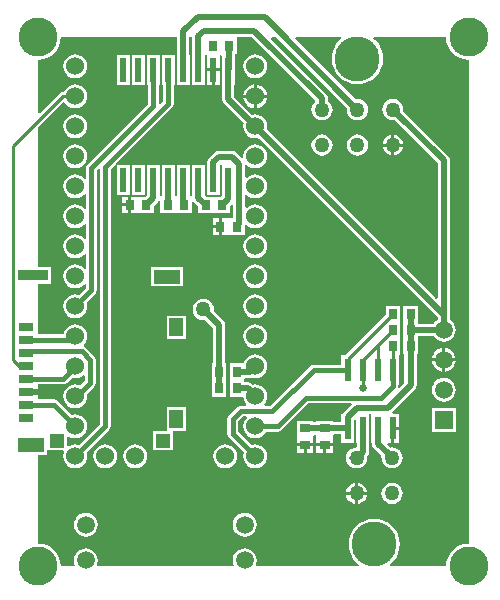
<source format=gbl>
G04*
G04 #@! TF.GenerationSoftware,Altium Limited,CircuitStudio,1.5.2 (30)*
G04*
G04 Layer_Physical_Order=2*
G04 Layer_Color=12500520*
%FSLAX25Y25*%
%MOIN*%
G70*
G01*
G75*
%ADD10R,0.02323X0.08071*%
%ADD12R,0.03150X0.03543*%
%ADD13R,0.03543X0.03150*%
%ADD14C,0.02000*%
%ADD15C,0.01000*%
%ADD17C,0.13000*%
%ADD18R,0.05906X0.05906*%
%ADD19C,0.05906*%
%ADD20C,0.06000*%
%ADD21C,0.05000*%
%ADD22C,0.15000*%
%ADD23C,0.02500*%
%ADD24R,0.04882X0.03150*%
%ADD25R,0.09843X0.03740*%
%ADD26R,0.08661X0.04528*%
%ADD27R,0.04921X0.04567*%
%ADD28R,0.04724X0.04567*%
%ADD29R,0.04528X0.05906*%
%ADD30R,0.02323X0.07756*%
%ADD31R,0.02756X0.03543*%
%ADD32C,0.01500*%
G36*
X374659Y379174D02*
X375087Y377761D01*
X375784Y376458D01*
X376721Y375316D01*
X377863Y374378D01*
X379166Y373682D01*
X380580Y373253D01*
X382050Y373108D01*
Y211881D01*
X380580Y211736D01*
X379166Y211307D01*
X377863Y210611D01*
X376721Y209673D01*
X375784Y208531D01*
X375087Y207228D01*
X374659Y205815D01*
X374514Y204344D01*
X355942D01*
X355763Y204844D01*
X356690Y205605D01*
X357752Y206899D01*
X358541Y208376D01*
X359027Y209978D01*
X359191Y211645D01*
X359027Y213311D01*
X358541Y214913D01*
X357752Y216390D01*
X356690Y217684D01*
X355395Y218746D01*
X353919Y219535D01*
X352316Y220022D01*
X350650Y220186D01*
X348984Y220022D01*
X347381Y219535D01*
X345905Y218746D01*
X344611Y217684D01*
X343548Y216390D01*
X342759Y214913D01*
X342273Y213311D01*
X342109Y211645D01*
X342273Y209978D01*
X342759Y208376D01*
X343548Y206899D01*
X344611Y205605D01*
X345537Y204844D01*
X345358Y204344D01*
X311431D01*
X311153Y204760D01*
X311347Y205228D01*
X311483Y206260D01*
X311347Y207292D01*
X310949Y208254D01*
X310315Y209079D01*
X309489Y209713D01*
X308528Y210111D01*
X307496Y210247D01*
X306464Y210111D01*
X305503Y209713D01*
X304677Y209079D01*
X304043Y208254D01*
X303645Y207292D01*
X303509Y206260D01*
X303645Y205228D01*
X303839Y204760D01*
X303561Y204344D01*
X258439D01*
X258161Y204760D01*
X258355Y205228D01*
X258491Y206260D01*
X258355Y207292D01*
X257957Y208254D01*
X257323Y209079D01*
X256497Y209713D01*
X255536Y210111D01*
X254504Y210247D01*
X253472Y210111D01*
X252510Y209713D01*
X251685Y209079D01*
X251051Y208254D01*
X250653Y207292D01*
X250517Y206260D01*
X250653Y205228D01*
X250847Y204760D01*
X250569Y204344D01*
X246186D01*
X246041Y205815D01*
X245613Y207228D01*
X244916Y208531D01*
X243979Y209673D01*
X242837Y210611D01*
X241534Y211307D01*
X240120Y211736D01*
X238650Y211881D01*
Y241351D01*
X241651D01*
Y242926D01*
X247018D01*
X247296Y242510D01*
X247103Y242044D01*
X246966Y241000D01*
X247103Y239956D01*
X247506Y238983D01*
X248147Y238147D01*
X248983Y237506D01*
X249956Y237103D01*
X251000Y236965D01*
X252044Y237103D01*
X253017Y237506D01*
X253853Y238147D01*
X254494Y238983D01*
X254897Y239956D01*
X255034Y241000D01*
X254897Y242044D01*
X254801Y242277D01*
X262212Y249688D01*
X262212Y249688D01*
X262598Y250267D01*
X262734Y250950D01*
Y336705D01*
X264415Y338386D01*
X264683Y338210D01*
X264726Y338181D01*
X264763Y338157D01*
X264811Y338126D01*
X264842Y338106D01*
Y338105D01*
Y338019D01*
X264842Y337751D01*
Y337720D01*
Y337720D01*
Y328138D01*
X269164D01*
Y338209D01*
X265330D01*
X265330D01*
X265299Y338209D01*
X265031Y338209D01*
X264945D01*
X264945D01*
X264924Y338240D01*
X264893Y338287D01*
X264869Y338324D01*
X264840Y338368D01*
X264664Y338635D01*
X283212Y357183D01*
X283212Y357183D01*
X283598Y357762D01*
X283734Y358444D01*
X283734Y358444D01*
Y364791D01*
X284164D01*
Y374862D01*
X279841D01*
Y364791D01*
X280166D01*
Y359184D01*
X279249Y358267D01*
X278787Y358458D01*
Y364791D01*
X279164D01*
Y374862D01*
X274841D01*
Y364791D01*
X275219D01*
Y358336D01*
X255088Y338206D01*
X254701Y337627D01*
X254566Y336945D01*
Y333745D01*
X254066Y333575D01*
X253853Y333853D01*
X253017Y334494D01*
X252044Y334897D01*
X251000Y335034D01*
X249956Y334897D01*
X248983Y334494D01*
X248147Y333853D01*
X247506Y333017D01*
X247103Y332044D01*
X246966Y331000D01*
X247103Y329956D01*
X247506Y328983D01*
X248147Y328147D01*
X248983Y327506D01*
X249956Y327103D01*
X251000Y326965D01*
X252044Y327103D01*
X253017Y327506D01*
X253853Y328147D01*
X254066Y328425D01*
X254566Y328255D01*
Y323745D01*
X254066Y323575D01*
X253853Y323853D01*
X253017Y324494D01*
X252044Y324897D01*
X251000Y325034D01*
X249956Y324897D01*
X248983Y324494D01*
X248147Y323853D01*
X247506Y323017D01*
X247103Y322044D01*
X246966Y321000D01*
X247103Y319956D01*
X247506Y318983D01*
X248147Y318147D01*
X248983Y317506D01*
X249956Y317103D01*
X251000Y316966D01*
X252044Y317103D01*
X253017Y317506D01*
X253853Y318147D01*
X254066Y318425D01*
X254566Y318255D01*
Y313745D01*
X254066Y313575D01*
X253853Y313853D01*
X253017Y314494D01*
X252044Y314897D01*
X251000Y315035D01*
X249956Y314897D01*
X248983Y314494D01*
X248147Y313853D01*
X247506Y313017D01*
X247103Y312044D01*
X246966Y311000D01*
X247103Y309956D01*
X247506Y308983D01*
X248147Y308147D01*
X248983Y307506D01*
X249956Y307103D01*
X251000Y306965D01*
X252044Y307103D01*
X253017Y307506D01*
X253853Y308147D01*
X254066Y308425D01*
X254566Y308255D01*
Y303745D01*
X254066Y303575D01*
X253853Y303853D01*
X253017Y304494D01*
X252044Y304897D01*
X251000Y305034D01*
X249956Y304897D01*
X248983Y304494D01*
X248147Y303853D01*
X247506Y303017D01*
X247103Y302044D01*
X246966Y301000D01*
X247103Y299956D01*
X247506Y298983D01*
X248147Y298147D01*
X248983Y297506D01*
X249956Y297103D01*
X251000Y296966D01*
X252044Y297103D01*
X253017Y297506D01*
X253853Y298147D01*
X254066Y298425D01*
X254566Y298255D01*
Y297089D01*
X252277Y294801D01*
X252044Y294897D01*
X251000Y295035D01*
X249956Y294897D01*
X248983Y294494D01*
X248147Y293853D01*
X247506Y293017D01*
X247103Y292044D01*
X246966Y291000D01*
X247103Y289956D01*
X247506Y288983D01*
X248147Y288147D01*
X248983Y287506D01*
X249956Y287103D01*
X251000Y286965D01*
X252044Y287103D01*
X253017Y287506D01*
X253853Y288147D01*
X254494Y288983D01*
X254897Y289956D01*
X255034Y291000D01*
X254897Y292044D01*
X254801Y292277D01*
X257612Y295088D01*
X257612Y295088D01*
X257843Y295435D01*
X257998Y295667D01*
X258134Y296350D01*
Y336205D01*
X258704Y336775D01*
X259166Y336583D01*
Y251689D01*
X252277Y244801D01*
X252044Y244897D01*
X251000Y245035D01*
X249956Y244897D01*
X248983Y244494D01*
X248694Y244272D01*
X248245Y244493D01*
Y247507D01*
X248694Y247728D01*
X248983Y247506D01*
X249956Y247103D01*
X251000Y246966D01*
X252044Y247103D01*
X253017Y247506D01*
X253853Y248147D01*
X254494Y248983D01*
X254897Y249956D01*
X255034Y251000D01*
X254897Y252044D01*
X254494Y253017D01*
X253853Y253853D01*
X253017Y254494D01*
X252044Y254897D01*
X251000Y255034D01*
X249956Y254897D01*
X249723Y254801D01*
X245084Y259439D01*
X244505Y259826D01*
X243823Y259962D01*
X238650D01*
Y265055D01*
X246839D01*
X247522Y265191D01*
X248101Y265577D01*
X249723Y267199D01*
X249956Y267103D01*
X251000Y266966D01*
X252044Y267103D01*
X253017Y267506D01*
X253666Y268004D01*
X254166Y267765D01*
Y266178D01*
X252639Y264651D01*
X252044Y264897D01*
X251000Y265035D01*
X249956Y264897D01*
X248983Y264494D01*
X248147Y263853D01*
X247506Y263017D01*
X247103Y262044D01*
X246966Y261000D01*
X247103Y259956D01*
X247506Y258983D01*
X248147Y258147D01*
X248983Y257506D01*
X249956Y257103D01*
X251000Y256965D01*
X252044Y257103D01*
X253017Y257506D01*
X253853Y258147D01*
X254494Y258983D01*
X254897Y259956D01*
X255034Y261000D01*
X254918Y261884D01*
X257212Y264177D01*
X257212Y264177D01*
X257598Y264756D01*
X257734Y265439D01*
Y273244D01*
X257734Y273245D01*
X257598Y273927D01*
X257212Y274506D01*
X254312Y277406D01*
X253989Y277622D01*
X253926Y277866D01*
X253915Y278228D01*
X254494Y278983D01*
X254897Y279956D01*
X255034Y281000D01*
X254897Y282044D01*
X254494Y283017D01*
X253853Y283853D01*
X253017Y284494D01*
X252044Y284897D01*
X251000Y285034D01*
X249956Y284897D01*
X248983Y284494D01*
X248147Y283853D01*
X247506Y283017D01*
X247103Y282044D01*
X247046Y281615D01*
X238650D01*
Y298398D01*
X242832D01*
Y304138D01*
X238650D01*
Y350582D01*
X247033Y358964D01*
X247616Y358840D01*
X248147Y358147D01*
X248983Y357506D01*
X249956Y357103D01*
X251000Y356965D01*
X252044Y357103D01*
X253017Y357506D01*
X253853Y358147D01*
X254494Y358983D01*
X254897Y359956D01*
X255034Y361000D01*
X254897Y362044D01*
X254494Y363017D01*
X253853Y363853D01*
X253017Y364494D01*
X252044Y364897D01*
X251000Y365035D01*
X249956Y364897D01*
X248983Y364494D01*
X248147Y363853D01*
X247506Y363017D01*
X247304Y362529D01*
X246905D01*
X246320Y362413D01*
X245824Y362081D01*
X239112Y355369D01*
X238650Y355561D01*
Y373108D01*
X240120Y373253D01*
X241534Y373682D01*
X242837Y374378D01*
X243979Y375316D01*
X244916Y376458D01*
X245613Y377761D01*
X246041Y379174D01*
X246186Y380644D01*
X284964D01*
Y374862D01*
X284841D01*
Y364791D01*
X289164D01*
Y374862D01*
X289042D01*
Y380644D01*
X289964D01*
Y374862D01*
X289842D01*
Y364791D01*
X294164D01*
Y374632D01*
X294165Y374659D01*
X294493Y374848D01*
X294842Y374643D01*
Y374628D01*
Y370327D01*
X297003D01*
X299164D01*
Y374628D01*
X299164Y374694D01*
X299191Y374767D01*
X299558Y374816D01*
X299841Y374536D01*
Y364791D01*
X299964D01*
Y359997D01*
X300119Y359217D01*
X300561Y358555D01*
X307099Y352017D01*
X306965Y351000D01*
X307103Y349956D01*
X307506Y348983D01*
X308147Y348147D01*
X308983Y347506D01*
X309956Y347103D01*
X311000Y346966D01*
X312017Y347099D01*
X371811Y287305D01*
Y286562D01*
X371031Y285964D01*
X370397Y285138D01*
X370375Y285084D01*
X365127D01*
Y285573D01*
Y291116D01*
X360372D01*
Y285573D01*
Y280273D01*
Y274973D01*
X360710D01*
Y265489D01*
X358990Y263768D01*
X358529Y264014D01*
X358634Y264545D01*
Y264911D01*
X359011D01*
Y274667D01*
X359222Y274973D01*
X359222D01*
Y280273D01*
Y285573D01*
Y291116D01*
X354466D01*
Y288129D01*
X341003Y274667D01*
X339689D01*
Y271573D01*
X330394D01*
X330394Y271573D01*
X329711Y271437D01*
X329132Y271050D01*
X315911Y257829D01*
X314225D01*
X313992Y258329D01*
X314494Y258983D01*
X314897Y259956D01*
X315035Y261000D01*
X314897Y262044D01*
X314494Y263017D01*
X313853Y263853D01*
X313017Y264494D01*
X312044Y264897D01*
X311000Y265035D01*
X309983Y264901D01*
X309842Y265042D01*
X309180Y265484D01*
X308400Y265639D01*
X307608D01*
X307227Y266139D01*
Y266372D01*
Y266400D01*
Y266428D01*
X307227Y266661D01*
X307608Y267161D01*
X309200D01*
X309616Y267244D01*
X309956Y267103D01*
X311000Y266966D01*
X312044Y267103D01*
X313017Y267506D01*
X313853Y268147D01*
X314494Y268983D01*
X314897Y269956D01*
X315035Y271000D01*
X314897Y272044D01*
X314494Y273017D01*
X313853Y273853D01*
X313017Y274494D01*
X312044Y274897D01*
X311000Y275034D01*
X309956Y274897D01*
X308983Y274494D01*
X308147Y273853D01*
X307506Y273017D01*
X307103Y272044D01*
X307093Y271972D01*
X302472D01*
Y266872D01*
X302471Y266428D01*
Y266400D01*
Y266372D01*
X302472Y265928D01*
Y260828D01*
X306988D01*
X307103Y259956D01*
X307506Y258983D01*
X308008Y258329D01*
X307775Y257829D01*
X306150D01*
X306150Y257829D01*
X305467Y257693D01*
X305178Y257500D01*
X304888Y257306D01*
X304888Y257306D01*
X302188Y254606D01*
X301801Y254027D01*
X301666Y253344D01*
Y248550D01*
X301801Y247867D01*
X302188Y247288D01*
X307199Y242277D01*
X307103Y242044D01*
X306965Y241000D01*
X307103Y239956D01*
X307506Y238983D01*
X308147Y238147D01*
X308983Y237506D01*
X309956Y237103D01*
X311000Y236965D01*
X312044Y237103D01*
X313017Y237506D01*
X313853Y238147D01*
X314494Y238983D01*
X314897Y239956D01*
X315035Y241000D01*
X314897Y242044D01*
X314494Y243017D01*
X313853Y243853D01*
X313017Y244494D01*
X312044Y244897D01*
X311000Y245035D01*
X309956Y244897D01*
X309723Y244801D01*
X305234Y249289D01*
Y252605D01*
X306889Y254260D01*
X307929D01*
X308076Y253760D01*
X307506Y253017D01*
X307103Y252044D01*
X306965Y251000D01*
X307103Y249956D01*
X307506Y248983D01*
X308147Y248147D01*
X308983Y247506D01*
X309956Y247103D01*
X311000Y246966D01*
X312044Y247103D01*
X313017Y247506D01*
X313853Y248147D01*
X314494Y248983D01*
X314591Y249216D01*
X318406D01*
X319088Y249352D01*
X319667Y249738D01*
X328689Y258760D01*
X342875D01*
X343082Y258260D01*
X340408Y255586D01*
X340135Y255178D01*
X339689D01*
Y252340D01*
X336922D01*
Y252875D01*
X331378D01*
Y252340D01*
X330322D01*
Y252875D01*
X324778D01*
Y247863D01*
X324778Y247726D01*
Y247545D01*
Y247363D01*
X324778Y247226D01*
Y245289D01*
X330322D01*
Y247226D01*
X330322Y247363D01*
Y247545D01*
Y247726D01*
Y247761D01*
X330545Y248213D01*
X331031Y248255D01*
X331236Y248050D01*
X331378Y247761D01*
Y247726D01*
Y247545D01*
Y247363D01*
X331378Y247226D01*
Y245289D01*
X336922D01*
Y247226D01*
X336922Y247363D01*
Y247545D01*
Y247726D01*
Y247761D01*
X337168Y248261D01*
X339689D01*
Y245422D01*
X344011D01*
Y253199D01*
X344189Y253333D01*
X344689Y253083D01*
Y245422D01*
X344811D01*
Y244028D01*
X344750Y243975D01*
X343836Y243854D01*
X342985Y243502D01*
X342254Y242941D01*
X341693Y242210D01*
X341340Y241358D01*
X341237Y240578D01*
X341211Y240444D01*
X341237Y240311D01*
X341340Y239531D01*
X341693Y238679D01*
X342254Y237948D01*
X342985Y237387D01*
X343836Y237035D01*
X344750Y236914D01*
X345664Y237035D01*
X346515Y237387D01*
X347246Y237948D01*
X347807Y238679D01*
X348160Y239531D01*
X348280Y240444D01*
X348205Y241016D01*
X348292Y241103D01*
X348734Y241764D01*
X348889Y242545D01*
Y245422D01*
X349011D01*
Y255005D01*
X349689D01*
Y245422D01*
X349811D01*
Y245144D01*
X349966Y244364D01*
X350408Y243702D01*
X353031Y241080D01*
Y240444D01*
X353057Y240311D01*
X353160Y239531D01*
X353513Y238679D01*
X354074Y237948D01*
X354805Y237387D01*
X355656Y237035D01*
X356570Y236914D01*
X357484Y237035D01*
X358335Y237387D01*
X359066Y237948D01*
X359627Y238679D01*
X359980Y239531D01*
X360100Y240444D01*
X359980Y241358D01*
X359627Y242210D01*
X359066Y242941D01*
X358335Y243502D01*
X357484Y243854D01*
X356570Y243975D01*
X355981Y243897D01*
X354956Y244922D01*
X355163Y245422D01*
X356350D01*
Y250300D01*
X356850D01*
Y250800D01*
X359011D01*
Y255178D01*
X356775D01*
X356668Y255678D01*
X364191Y263202D01*
X364633Y263864D01*
X364789Y264644D01*
Y274973D01*
X365127D01*
Y280273D01*
Y281005D01*
X370509D01*
X371031Y280325D01*
X371857Y279692D01*
X372818Y279293D01*
X373850Y279158D01*
X374882Y279293D01*
X375843Y279692D01*
X376669Y280325D01*
X377303Y281151D01*
X377701Y282113D01*
X377837Y283144D01*
X377701Y284176D01*
X377303Y285138D01*
X376669Y285964D01*
X375889Y286562D01*
Y288150D01*
Y339644D01*
X375734Y340425D01*
X375292Y341086D01*
X360317Y356062D01*
X360380Y356544D01*
X360260Y357458D01*
X359907Y358310D01*
X359346Y359041D01*
X358615Y359602D01*
X357764Y359954D01*
X356850Y360075D01*
X355936Y359954D01*
X355085Y359602D01*
X354354Y359041D01*
X353793Y358310D01*
X353440Y357458D01*
X353320Y356544D01*
X353440Y355631D01*
X353793Y354779D01*
X354354Y354048D01*
X355085Y353487D01*
X355936Y353135D01*
X356850Y353014D01*
X357509Y353101D01*
X371811Y338800D01*
Y293726D01*
X371349Y293535D01*
X314901Y349983D01*
X315035Y351000D01*
X314897Y352044D01*
X314494Y353017D01*
X313853Y353853D01*
X313017Y354494D01*
X312044Y354897D01*
X311000Y355034D01*
X309983Y354901D01*
X304042Y360842D01*
Y364791D01*
X304164D01*
Y369411D01*
X304298Y370083D01*
Y375128D01*
X304834D01*
Y380644D01*
X309966D01*
X330842Y359769D01*
X330798Y359105D01*
X330714Y359041D01*
X330153Y358310D01*
X329800Y357458D01*
X329680Y356544D01*
X329800Y355631D01*
X330153Y354779D01*
X330714Y354048D01*
X331445Y353487D01*
X332296Y353135D01*
X333210Y353014D01*
X334124Y353135D01*
X334975Y353487D01*
X335706Y354048D01*
X336267Y354779D01*
X336620Y355631D01*
X336740Y356544D01*
X336620Y357458D01*
X336267Y358310D01*
X335706Y359041D01*
X335249Y359391D01*
Y360284D01*
X335094Y361065D01*
X334652Y361726D01*
X316196Y380183D01*
X316387Y380644D01*
X318046D01*
X341575Y357116D01*
X341500Y356544D01*
X341620Y355631D01*
X341973Y354779D01*
X342534Y354048D01*
X343265Y353487D01*
X344116Y353135D01*
X345030Y353014D01*
X345944Y353135D01*
X346795Y353487D01*
X347526Y354048D01*
X348087Y354779D01*
X348440Y355631D01*
X348560Y356544D01*
X348440Y357458D01*
X348087Y358310D01*
X347526Y359041D01*
X346795Y359602D01*
X345944Y359954D01*
X345030Y360075D01*
X344459Y359999D01*
X324276Y380183D01*
X324467Y380644D01*
X339541D01*
X339709Y380174D01*
X338990Y379584D01*
X337928Y378290D01*
X337139Y376813D01*
X336653Y375211D01*
X336489Y373545D01*
X336653Y371878D01*
X337139Y370276D01*
X337928Y368799D01*
X338990Y367505D01*
X340285Y366443D01*
X341761Y365653D01*
X343364Y365167D01*
X345030Y365003D01*
X346696Y365167D01*
X348299Y365653D01*
X349775Y366443D01*
X351069Y367505D01*
X352132Y368799D01*
X352921Y370276D01*
X353407Y371878D01*
X353571Y373545D01*
X353407Y375211D01*
X352921Y376813D01*
X352132Y378290D01*
X351069Y379584D01*
X350351Y380174D01*
X350519Y380644D01*
X374514D01*
X374659Y379174D01*
D02*
G37*
%LPC*%
G36*
X377803Y257097D02*
X369897D01*
Y249192D01*
X377803D01*
Y257097D01*
D02*
G37*
G36*
X293650Y293475D02*
X292736Y293354D01*
X291885Y293002D01*
X291154Y292441D01*
X290593Y291710D01*
X290240Y290858D01*
X290120Y289945D01*
X290240Y289031D01*
X290593Y288179D01*
X291154Y287448D01*
X291885Y286887D01*
X292736Y286535D01*
X293650Y286414D01*
X294221Y286490D01*
X296905Y283806D01*
Y271972D01*
X296566D01*
Y266428D01*
X296566D01*
Y266372D01*
X296566D01*
Y260828D01*
X301322D01*
Y266372D01*
X301322D01*
Y266428D01*
X301322D01*
Y271972D01*
X300983D01*
Y284650D01*
X300983Y284650D01*
X300828Y285431D01*
X300386Y286092D01*
X297105Y289373D01*
X297180Y289945D01*
X297060Y290858D01*
X296707Y291710D01*
X296146Y292441D01*
X295415Y293002D01*
X294564Y293354D01*
X293650Y293475D01*
D02*
G37*
G36*
X373850Y267131D02*
X372818Y266996D01*
X371857Y266597D01*
X371031Y265964D01*
X370397Y265138D01*
X369999Y264176D01*
X369863Y263144D01*
X369999Y262113D01*
X370397Y261151D01*
X371031Y260325D01*
X371857Y259692D01*
X372818Y259294D01*
X373850Y259158D01*
X374882Y259294D01*
X375843Y259692D01*
X376669Y260325D01*
X377303Y261151D01*
X377701Y262113D01*
X377837Y263144D01*
X377701Y264176D01*
X377303Y265138D01*
X376669Y265964D01*
X375843Y266597D01*
X374882Y266996D01*
X373850Y267131D01*
D02*
G37*
G36*
X336922Y244289D02*
X334650D01*
Y242214D01*
X336922D01*
Y244289D01*
D02*
G37*
G36*
X287911Y257248D02*
X281383D01*
Y249493D01*
X276855D01*
Y242926D01*
X283580D01*
Y249343D01*
X287911D01*
Y257248D01*
D02*
G37*
G36*
X359011Y249800D02*
X357350D01*
Y245422D01*
X359011D01*
Y249800D01*
D02*
G37*
G36*
X373350Y272644D02*
X369929D01*
X369999Y272113D01*
X370397Y271151D01*
X371031Y270325D01*
X371857Y269692D01*
X372818Y269293D01*
X373350Y269223D01*
Y272644D01*
D02*
G37*
G36*
X311000Y285034D02*
X309956Y284897D01*
X308983Y284494D01*
X308147Y283853D01*
X307506Y283017D01*
X307103Y282044D01*
X306965Y281000D01*
X307103Y279956D01*
X307506Y278983D01*
X308147Y278147D01*
X308983Y277506D01*
X309956Y277103D01*
X311000Y276965D01*
X312044Y277103D01*
X313017Y277506D01*
X313853Y278147D01*
X314494Y278983D01*
X314897Y279956D01*
X315035Y281000D01*
X314897Y282044D01*
X314494Y283017D01*
X313853Y283853D01*
X313017Y284494D01*
X312044Y284897D01*
X311000Y285034D01*
D02*
G37*
G36*
X287911Y287878D02*
X281383D01*
Y279973D01*
X287911D01*
Y287878D01*
D02*
G37*
G36*
X311000Y295035D02*
X309956Y294897D01*
X308983Y294494D01*
X308147Y293853D01*
X307506Y293017D01*
X307103Y292044D01*
X306965Y291000D01*
X307103Y289956D01*
X307506Y288983D01*
X308147Y288147D01*
X308983Y287506D01*
X309956Y287103D01*
X311000Y286965D01*
X312044Y287103D01*
X313017Y287506D01*
X313853Y288147D01*
X314494Y288983D01*
X314897Y289956D01*
X315035Y291000D01*
X314897Y292044D01*
X314494Y293017D01*
X313853Y293853D01*
X313017Y294494D01*
X312044Y294897D01*
X311000Y295035D01*
D02*
G37*
G36*
X377771Y272644D02*
X374350D01*
Y269223D01*
X374882Y269293D01*
X375843Y269692D01*
X376669Y270325D01*
X377303Y271151D01*
X377701Y272113D01*
X377771Y272644D01*
D02*
G37*
G36*
X373350Y277065D02*
X372818Y276995D01*
X371857Y276597D01*
X371031Y275964D01*
X370397Y275138D01*
X369999Y274176D01*
X369929Y273644D01*
X373350D01*
Y277065D01*
D02*
G37*
G36*
X374350D02*
Y273644D01*
X377771D01*
X377701Y274176D01*
X377303Y275138D01*
X376669Y275964D01*
X375843Y276597D01*
X374882Y276995D01*
X374350Y277065D01*
D02*
G37*
G36*
X344250Y228145D02*
X341286D01*
X341340Y227731D01*
X341693Y226879D01*
X342254Y226148D01*
X342985Y225587D01*
X343836Y225235D01*
X344250Y225180D01*
Y228145D01*
D02*
G37*
G36*
X348214D02*
X345250D01*
Y225180D01*
X345664Y225235D01*
X346515Y225587D01*
X347246Y226148D01*
X347807Y226879D01*
X348160Y227731D01*
X348214Y228145D01*
D02*
G37*
G36*
X344250Y232109D02*
X343836Y232054D01*
X342985Y231702D01*
X342254Y231141D01*
X341693Y230410D01*
X341340Y229558D01*
X341286Y229145D01*
X344250D01*
Y232109D01*
D02*
G37*
G36*
X254504Y222216D02*
X253472Y222080D01*
X252510Y221681D01*
X251685Y221048D01*
X251051Y220222D01*
X250653Y219261D01*
X250517Y218229D01*
X250653Y217197D01*
X251051Y216235D01*
X251685Y215410D01*
X252510Y214776D01*
X253472Y214378D01*
X254504Y214242D01*
X255536Y214378D01*
X256497Y214776D01*
X257323Y215410D01*
X257957Y216235D01*
X258355Y217197D01*
X258491Y218229D01*
X258355Y219261D01*
X257957Y220222D01*
X257323Y221048D01*
X256497Y221681D01*
X255536Y222080D01*
X254504Y222216D01*
D02*
G37*
G36*
X307496D02*
X306464Y222080D01*
X305503Y221681D01*
X304677Y221048D01*
X304043Y220222D01*
X303645Y219261D01*
X303509Y218229D01*
X303645Y217197D01*
X304043Y216235D01*
X304677Y215410D01*
X305503Y214776D01*
X306464Y214378D01*
X307496Y214242D01*
X308528Y214378D01*
X309489Y214776D01*
X310315Y215410D01*
X310949Y216235D01*
X311347Y217197D01*
X311483Y218229D01*
X311347Y219261D01*
X310949Y220222D01*
X310315Y221048D01*
X309489Y221681D01*
X308528Y222080D01*
X307496Y222216D01*
D02*
G37*
G36*
X356570Y232175D02*
X355656Y232054D01*
X354805Y231702D01*
X354074Y231141D01*
X353513Y230410D01*
X353160Y229558D01*
X353040Y228644D01*
X353160Y227731D01*
X353513Y226879D01*
X354074Y226148D01*
X354805Y225587D01*
X355656Y225235D01*
X356570Y225114D01*
X357484Y225235D01*
X358335Y225587D01*
X359066Y226148D01*
X359627Y226879D01*
X359980Y227731D01*
X360100Y228644D01*
X359980Y229558D01*
X359627Y230410D01*
X359066Y231141D01*
X358335Y231702D01*
X357484Y232054D01*
X356570Y232175D01*
D02*
G37*
G36*
X345250Y232109D02*
Y229145D01*
X348214D01*
X348160Y229558D01*
X347807Y230410D01*
X347246Y231141D01*
X346515Y231702D01*
X345664Y232054D01*
X345250Y232109D01*
D02*
G37*
G36*
X327050Y244289D02*
X324778D01*
Y242214D01*
X327050D01*
Y244289D01*
D02*
G37*
G36*
X330322D02*
X328050D01*
Y242214D01*
X330322D01*
Y244289D01*
D02*
G37*
G36*
X333650D02*
X331378D01*
Y242214D01*
X333650D01*
Y244289D01*
D02*
G37*
G36*
X261000Y245035D02*
X259956Y244897D01*
X258983Y244494D01*
X258147Y243853D01*
X257506Y243017D01*
X257103Y242044D01*
X256965Y241000D01*
X257103Y239956D01*
X257506Y238983D01*
X258147Y238147D01*
X258983Y237506D01*
X259956Y237103D01*
X261000Y236965D01*
X262044Y237103D01*
X263017Y237506D01*
X263853Y238147D01*
X264494Y238983D01*
X264897Y239956D01*
X265035Y241000D01*
X264897Y242044D01*
X264494Y243017D01*
X263853Y243853D01*
X263017Y244494D01*
X262044Y244897D01*
X261000Y245035D01*
D02*
G37*
G36*
X271000D02*
X269956Y244897D01*
X268983Y244494D01*
X268147Y243853D01*
X267506Y243017D01*
X267103Y242044D01*
X266966Y241000D01*
X267103Y239956D01*
X267506Y238983D01*
X268147Y238147D01*
X268983Y237506D01*
X269956Y237103D01*
X271000Y236965D01*
X272044Y237103D01*
X273017Y237506D01*
X273853Y238147D01*
X274494Y238983D01*
X274897Y239956D01*
X275034Y241000D01*
X274897Y242044D01*
X274494Y243017D01*
X273853Y243853D01*
X273017Y244494D01*
X272044Y244897D01*
X271000Y245035D01*
D02*
G37*
G36*
X301000D02*
X299956Y244897D01*
X298983Y244494D01*
X298147Y243853D01*
X297506Y243017D01*
X297103Y242044D01*
X296966Y241000D01*
X297103Y239956D01*
X297506Y238983D01*
X298147Y238147D01*
X298983Y237506D01*
X299956Y237103D01*
X301000Y236965D01*
X302044Y237103D01*
X303017Y237506D01*
X303853Y238147D01*
X304494Y238983D01*
X304897Y239956D01*
X305034Y241000D01*
X304897Y242044D01*
X304494Y243017D01*
X303853Y243853D01*
X303017Y244494D01*
X302044Y244897D01*
X301000Y245035D01*
D02*
G37*
G36*
X311000Y305034D02*
X309956Y304897D01*
X308983Y304494D01*
X308147Y303853D01*
X307506Y303017D01*
X307103Y302044D01*
X306965Y301000D01*
X307103Y299956D01*
X307506Y298983D01*
X308147Y298147D01*
X308983Y297506D01*
X309956Y297103D01*
X311000Y296966D01*
X312044Y297103D01*
X313017Y297506D01*
X313853Y298147D01*
X314494Y298983D01*
X314897Y299956D01*
X315035Y301000D01*
X314897Y302044D01*
X314494Y303017D01*
X313853Y303853D01*
X313017Y304494D01*
X312044Y304897D01*
X311000Y305034D01*
D02*
G37*
G36*
X310500Y360500D02*
X307031D01*
X307103Y359956D01*
X307506Y358983D01*
X308147Y358147D01*
X308983Y357506D01*
X309956Y357103D01*
X310500Y357031D01*
Y360500D01*
D02*
G37*
G36*
X314969D02*
X311500D01*
Y357031D01*
X312044Y357103D01*
X313017Y357506D01*
X313853Y358147D01*
X314494Y358983D01*
X314897Y359956D01*
X314969Y360500D01*
D02*
G37*
G36*
X310500Y364969D02*
X309956Y364897D01*
X308983Y364494D01*
X308147Y363853D01*
X307506Y363017D01*
X307103Y362044D01*
X307031Y361500D01*
X310500D01*
Y364969D01*
D02*
G37*
G36*
X356350Y348209D02*
X355936Y348154D01*
X355085Y347802D01*
X354354Y347241D01*
X353793Y346510D01*
X353440Y345658D01*
X353386Y345245D01*
X356350D01*
Y348209D01*
D02*
G37*
G36*
X357350D02*
Y345245D01*
X360314D01*
X360260Y345658D01*
X359907Y346510D01*
X359346Y347241D01*
X358615Y347802D01*
X357764Y348154D01*
X357350Y348209D01*
D02*
G37*
G36*
X251000Y355034D02*
X249956Y354897D01*
X248983Y354494D01*
X248147Y353853D01*
X247506Y353017D01*
X247103Y352044D01*
X246966Y351000D01*
X247103Y349956D01*
X247506Y348983D01*
X248147Y348147D01*
X248983Y347506D01*
X249956Y347103D01*
X251000Y346966D01*
X252044Y347103D01*
X253017Y347506D01*
X253853Y348147D01*
X254494Y348983D01*
X254897Y349956D01*
X255034Y351000D01*
X254897Y352044D01*
X254494Y353017D01*
X253853Y353853D01*
X253017Y354494D01*
X252044Y354897D01*
X251000Y355034D01*
D02*
G37*
G36*
X311500Y364969D02*
Y361500D01*
X314969D01*
X314897Y362044D01*
X314494Y363017D01*
X313853Y363853D01*
X313017Y364494D01*
X312044Y364897D01*
X311500Y364969D01*
D02*
G37*
G36*
X299164Y369327D02*
X297503D01*
Y364791D01*
X299164D01*
Y369327D01*
D02*
G37*
G36*
X251000Y375034D02*
X249956Y374897D01*
X248983Y374494D01*
X248147Y373853D01*
X247506Y373017D01*
X247103Y372044D01*
X246966Y371000D01*
X247103Y369956D01*
X247506Y368983D01*
X248147Y368147D01*
X248983Y367506D01*
X249956Y367103D01*
X251000Y366966D01*
X252044Y367103D01*
X253017Y367506D01*
X253853Y368147D01*
X254494Y368983D01*
X254897Y369956D01*
X255034Y371000D01*
X254897Y372044D01*
X254494Y373017D01*
X253853Y373853D01*
X253017Y374494D01*
X252044Y374897D01*
X251000Y375034D01*
D02*
G37*
G36*
X311000D02*
X309956Y374897D01*
X308983Y374494D01*
X308147Y373853D01*
X307506Y373017D01*
X307103Y372044D01*
X306965Y371000D01*
X307103Y369956D01*
X307506Y368983D01*
X308147Y368147D01*
X308983Y367506D01*
X309956Y367103D01*
X311000Y366966D01*
X312044Y367103D01*
X313017Y367506D01*
X313853Y368147D01*
X314494Y368983D01*
X314897Y369956D01*
X315035Y371000D01*
X314897Y372044D01*
X314494Y373017D01*
X313853Y373853D01*
X313017Y374494D01*
X312044Y374897D01*
X311000Y375034D01*
D02*
G37*
G36*
X269164Y374862D02*
X264842D01*
Y364791D01*
X269164D01*
Y374862D01*
D02*
G37*
G36*
X274164D02*
X269842D01*
Y364791D01*
X274164D01*
Y374862D01*
D02*
G37*
G36*
X296503Y369327D02*
X294842D01*
Y364791D01*
X296503D01*
Y369327D01*
D02*
G37*
G36*
X298794Y320316D02*
X296719D01*
Y318044D01*
X298794D01*
Y320316D01*
D02*
G37*
G36*
X268547Y324300D02*
X266472D01*
Y322028D01*
X268547D01*
Y324300D01*
D02*
G37*
G36*
Y327572D02*
X266472D01*
Y325300D01*
X268547D01*
Y327572D01*
D02*
G37*
G36*
X286848Y304138D02*
X276186D01*
Y297611D01*
X286848D01*
Y304138D01*
D02*
G37*
G36*
X311000Y315035D02*
X309956Y314897D01*
X308983Y314494D01*
X308147Y313853D01*
X307506Y313017D01*
X307103Y312044D01*
X306965Y311000D01*
X307103Y309956D01*
X307506Y308983D01*
X308147Y308147D01*
X308983Y307506D01*
X309956Y307103D01*
X311000Y306965D01*
X312044Y307103D01*
X313017Y307506D01*
X313853Y308147D01*
X314494Y308983D01*
X314897Y309956D01*
X315035Y311000D01*
X314897Y312044D01*
X314494Y313017D01*
X313853Y313853D01*
X313017Y314494D01*
X312044Y314897D01*
X311000Y315035D01*
D02*
G37*
G36*
X298794Y317044D02*
X296719D01*
Y314773D01*
X298794D01*
Y317044D01*
D02*
G37*
G36*
X274164Y338209D02*
X269842D01*
Y328138D01*
X274164D01*
Y338209D01*
D02*
G37*
G36*
X345030Y348275D02*
X344116Y348154D01*
X343265Y347802D01*
X342534Y347241D01*
X341973Y346510D01*
X341620Y345658D01*
X341500Y344744D01*
X341620Y343831D01*
X341973Y342979D01*
X342534Y342248D01*
X343265Y341687D01*
X344116Y341335D01*
X345030Y341214D01*
X345944Y341335D01*
X346795Y341687D01*
X347526Y342248D01*
X348087Y342979D01*
X348440Y343831D01*
X348560Y344744D01*
X348440Y345658D01*
X348087Y346510D01*
X347526Y347241D01*
X346795Y347802D01*
X345944Y348154D01*
X345030Y348275D01*
D02*
G37*
G36*
X356350Y344245D02*
X353386D01*
X353440Y343831D01*
X353793Y342979D01*
X354354Y342248D01*
X355085Y341687D01*
X355936Y341335D01*
X356350Y341280D01*
Y344245D01*
D02*
G37*
G36*
X360314D02*
X357350D01*
Y341280D01*
X357764Y341335D01*
X358615Y341687D01*
X359346Y342248D01*
X359907Y342979D01*
X360260Y343831D01*
X360314Y344245D01*
D02*
G37*
G36*
X251000Y345035D02*
X249956Y344897D01*
X248983Y344494D01*
X248147Y343853D01*
X247506Y343017D01*
X247103Y342044D01*
X246966Y341000D01*
X247103Y339956D01*
X247506Y338983D01*
X248147Y338147D01*
X248983Y337506D01*
X249956Y337103D01*
X251000Y336965D01*
X252044Y337103D01*
X253017Y337506D01*
X253853Y338147D01*
X254494Y338983D01*
X254897Y339956D01*
X255034Y341000D01*
X254897Y342044D01*
X254494Y343017D01*
X253853Y343853D01*
X253017Y344494D01*
X252044Y344897D01*
X251000Y345035D01*
D02*
G37*
G36*
X311000D02*
X309956Y344897D01*
X308983Y344494D01*
X308147Y343853D01*
X307506Y343017D01*
X307103Y342044D01*
X306965Y341000D01*
X307008Y340677D01*
X306534Y340444D01*
X304792Y342186D01*
X304130Y342628D01*
X303350Y342784D01*
X298750D01*
X297970Y342628D01*
X297308Y342186D01*
X295561Y340439D01*
X295119Y339778D01*
X294964Y338997D01*
Y338209D01*
X294842D01*
Y328138D01*
X299164D01*
Y337979D01*
X299592Y338322D01*
X299603Y338325D01*
X299841Y338209D01*
X299841Y338209D01*
X299841Y338209D01*
Y328138D01*
X299841D01*
X299851Y328070D01*
X299417Y327572D01*
X297522D01*
X297384Y327572D01*
X297203D01*
X297022D01*
X296884Y327572D01*
X294559D01*
X294397Y327734D01*
X294397Y327734D01*
X294164Y328138D01*
Y328138D01*
X294164Y328138D01*
X294164Y328138D01*
Y338209D01*
X289842D01*
Y328138D01*
X289842D01*
X289843Y328068D01*
X289843Y328058D01*
X289710Y327843D01*
X289353Y327643D01*
X289261Y327678D01*
X289164Y328138D01*
X289164D01*
Y338209D01*
X284841D01*
Y328138D01*
X284841D01*
X284750Y327677D01*
X284256Y327677D01*
X284164Y328138D01*
X284164D01*
Y338209D01*
X279841D01*
Y328138D01*
X279841D01*
X279725Y327686D01*
X279699Y327661D01*
X279653Y327643D01*
X279293Y327845D01*
X279164Y328050D01*
X279163Y328068D01*
X279164Y328138D01*
Y328138D01*
X279164D01*
Y338209D01*
X274841D01*
Y328138D01*
X274841Y328138D01*
X274841D01*
X274841Y328138D01*
X274609Y327734D01*
X274447Y327572D01*
X272122D01*
X271984Y327572D01*
X271803D01*
X271622D01*
X271484Y327572D01*
X269547D01*
Y324800D01*
Y322028D01*
X271484D01*
X271622Y322028D01*
X271803D01*
X271984D01*
X272122Y322028D01*
X277134D01*
Y324491D01*
X278445Y325802D01*
X278445Y325802D01*
X278672Y326142D01*
X279172Y325991D01*
Y322028D01*
X284184D01*
X284322Y322028D01*
X284503D01*
X284684D01*
X284822Y322028D01*
X289834D01*
Y325991D01*
X290334Y326143D01*
X290561Y325802D01*
X291872Y324491D01*
Y322028D01*
X296884D01*
X297022Y322028D01*
X297203D01*
X297384D01*
X297522Y322028D01*
X302534D01*
Y324491D01*
X303111Y325068D01*
X303611Y324861D01*
Y320670D01*
X303257Y320316D01*
X302369D01*
X302231Y320316D01*
X302050D01*
X301869D01*
X301731Y320316D01*
X299794D01*
Y317545D01*
Y314773D01*
X301731D01*
X301869Y314773D01*
X302050D01*
X302231D01*
X302369Y314773D01*
X307381D01*
Y317379D01*
X307534Y317608D01*
X307616Y318019D01*
X308147Y318147D01*
X308983Y317506D01*
X309956Y317103D01*
X311000Y316966D01*
X312044Y317103D01*
X313017Y317506D01*
X313853Y318147D01*
X314494Y318983D01*
X314897Y319956D01*
X315035Y321000D01*
X314897Y322044D01*
X314494Y323017D01*
X313853Y323853D01*
X313017Y324494D01*
X312044Y324897D01*
X311000Y325034D01*
X309956Y324897D01*
X308983Y324494D01*
X308189Y323885D01*
X307863Y323949D01*
X307689Y324008D01*
Y327992D01*
X307863Y328051D01*
X308189Y328115D01*
X308983Y327506D01*
X309956Y327103D01*
X311000Y326965D01*
X312044Y327103D01*
X313017Y327506D01*
X313853Y328147D01*
X314494Y328983D01*
X314897Y329956D01*
X315035Y331000D01*
X314897Y332044D01*
X314494Y333017D01*
X313853Y333853D01*
X313017Y334494D01*
X312044Y334897D01*
X311000Y335034D01*
X309956Y334897D01*
X308983Y334494D01*
X308189Y333885D01*
X307863Y333949D01*
X307689Y334008D01*
Y337923D01*
X308009Y338080D01*
X308189Y338115D01*
X308983Y337506D01*
X309956Y337103D01*
X311000Y336965D01*
X312044Y337103D01*
X313017Y337506D01*
X313853Y338147D01*
X314494Y338983D01*
X314897Y339956D01*
X315035Y341000D01*
X314897Y342044D01*
X314494Y343017D01*
X313853Y343853D01*
X313017Y344494D01*
X312044Y344897D01*
X311000Y345035D01*
D02*
G37*
G36*
X333210Y348275D02*
X332296Y348154D01*
X331445Y347802D01*
X330714Y347241D01*
X330153Y346510D01*
X329800Y345658D01*
X329680Y344744D01*
X329800Y343831D01*
X330153Y342979D01*
X330714Y342248D01*
X331445Y341687D01*
X332296Y341335D01*
X333210Y341214D01*
X334124Y341335D01*
X334975Y341687D01*
X335706Y342248D01*
X336267Y342979D01*
X336620Y343831D01*
X336740Y344744D01*
X336620Y345658D01*
X336267Y346510D01*
X335706Y347241D01*
X334975Y347802D01*
X334124Y348154D01*
X333210Y348275D01*
D02*
G37*
%LPD*%
D10*
X302003Y369827D02*
D03*
X297003D02*
D03*
X292003D02*
D03*
X287003D02*
D03*
X282003D02*
D03*
X277003D02*
D03*
X272003D02*
D03*
X267003D02*
D03*
Y333173D02*
D03*
X272003D02*
D03*
X277003D02*
D03*
X282003D02*
D03*
X287003D02*
D03*
X292003D02*
D03*
X297003D02*
D03*
X302003D02*
D03*
D12*
X302259Y377900D02*
D03*
X296747D02*
D03*
X299959Y324800D02*
D03*
X294447D02*
D03*
X304806Y317545D02*
D03*
X299294D02*
D03*
X281747Y324800D02*
D03*
X287259D02*
D03*
X274559Y324800D02*
D03*
X269047D02*
D03*
D13*
X327550Y250300D02*
D03*
Y244789D02*
D03*
X334150Y250300D02*
D03*
Y244789D02*
D03*
D14*
X302003Y359997D02*
X311000Y351000D01*
X302003Y359997D02*
Y369827D01*
X303350Y340744D02*
X305650Y338444D01*
X298750Y340744D02*
X303350D01*
X297003Y338997D02*
X298750Y340744D01*
X297003Y333173D02*
Y338997D01*
X282003Y324844D02*
Y333173D01*
Y324844D02*
X282047Y324800D01*
X302259Y370083D02*
Y377900D01*
X277003Y327244D02*
Y333173D01*
X287003Y325356D02*
Y333173D01*
X292003Y327244D02*
Y333173D01*
X302003Y369827D02*
X302259Y370083D01*
X302003Y326844D02*
Y333173D01*
X274559Y324800D02*
X277003Y327244D01*
X287003Y325356D02*
X287559Y324800D01*
X292003Y327244D02*
X294447Y324800D01*
X299959D02*
X302003Y326844D01*
X305650Y318389D02*
Y338444D01*
X304806Y317545D02*
X305650Y318389D01*
X234355Y271245D02*
X234430Y271170D01*
X292003Y369827D02*
Y380997D01*
X287003Y369827D02*
Y382597D01*
X311000Y351000D02*
X373850Y288150D01*
X287003Y382597D02*
X291750Y387345D01*
X341850Y250300D02*
Y254145D01*
X344750Y257045D01*
X308400Y263600D02*
X311000Y261000D01*
X304850Y263600D02*
X308400D01*
X304949Y269200D02*
X309200D01*
X311000Y271000D01*
X298944Y263600D02*
Y269200D01*
Y284650D01*
X293650Y289945D02*
X298944Y284650D01*
X356844Y277745D02*
X356850Y277738D01*
X362750Y277745D02*
Y283045D01*
Y288345D01*
X327550Y250300D02*
X334150D01*
X341850D01*
X234430Y262508D02*
X240586D01*
X240750Y262344D01*
X291750Y387345D02*
X314230D01*
X345030Y356544D01*
X333210D02*
Y360284D01*
X310650Y382844D02*
X333210Y360284D01*
X293850Y382844D02*
X310650D01*
X292003Y380997D02*
X293850Y382844D01*
X356950Y356544D02*
X373850Y339644D01*
Y288150D02*
Y339644D01*
X351850Y245144D02*
Y250300D01*
Y245144D02*
X355070Y241924D01*
Y240444D02*
Y241924D01*
X343250Y240444D02*
X344750D01*
X346850Y242545D01*
Y250300D01*
X373850Y283144D02*
Y288150D01*
X362750Y283045D02*
X373750D01*
X373850Y283144D01*
X362750Y264644D02*
Y277745D01*
X355150Y257045D02*
X362750Y264644D01*
X344750Y257045D02*
X355150D01*
D15*
X246905Y361000D02*
X251000D01*
X356850Y269789D02*
Y277738D01*
X351850Y269789D02*
Y278050D01*
X346850Y269789D02*
Y273050D01*
X351850Y278050D01*
X356844Y283045D01*
X341850Y273351D02*
X356844Y288345D01*
X341850Y269789D02*
Y273351D01*
X346850Y263650D02*
Y269789D01*
Y263650D02*
X346900Y263600D01*
X230350Y344444D02*
X246905Y361000D01*
X232225Y271170D02*
X234430D01*
X230350Y273044D02*
X232225Y271170D01*
X230350Y273044D02*
Y344444D01*
D17*
X238650Y380644D02*
D03*
X382050D02*
D03*
X238650Y204344D02*
D03*
X382050D02*
D03*
D18*
X373850Y253145D02*
D03*
D19*
Y263144D02*
D03*
Y273145D02*
D03*
Y283144D02*
D03*
X307496Y206260D02*
D03*
X254504D02*
D03*
X307496Y218229D02*
D03*
X254504D02*
D03*
D20*
X251000Y351000D02*
D03*
Y281000D02*
D03*
Y291000D02*
D03*
X301000Y241000D02*
D03*
X271000D02*
D03*
X261000D02*
D03*
X311000D02*
D03*
Y371000D02*
D03*
Y361000D02*
D03*
Y351000D02*
D03*
Y331000D02*
D03*
Y341000D02*
D03*
Y311000D02*
D03*
Y321000D02*
D03*
Y271000D02*
D03*
Y281000D02*
D03*
Y251000D02*
D03*
Y261000D02*
D03*
X251000D02*
D03*
Y251000D02*
D03*
Y271000D02*
D03*
Y301000D02*
D03*
Y321000D02*
D03*
Y311000D02*
D03*
Y341000D02*
D03*
Y331000D02*
D03*
Y361000D02*
D03*
Y371000D02*
D03*
Y241000D02*
D03*
X311000Y301000D02*
D03*
Y291000D02*
D03*
D21*
X333210Y344744D02*
D03*
X345030D02*
D03*
X356850D02*
D03*
Y356544D02*
D03*
X345030D02*
D03*
X333210D02*
D03*
X356570Y228644D02*
D03*
X344750D02*
D03*
Y240444D02*
D03*
X356570D02*
D03*
X293650Y289945D02*
D03*
D22*
X345030Y373545D02*
D03*
X350650Y211645D02*
D03*
D23*
X346900Y263600D02*
D03*
D24*
X234430Y284162D02*
D03*
Y279831D02*
D03*
Y275500D02*
D03*
Y271170D02*
D03*
Y266839D02*
D03*
Y262508D02*
D03*
Y258177D02*
D03*
Y253847D02*
D03*
D25*
X236911Y301268D02*
D03*
D26*
X236320Y244615D02*
D03*
X281517Y300874D02*
D03*
D27*
X244785Y246209D02*
D03*
D28*
X280218D02*
D03*
D29*
X284647Y283926D02*
D03*
Y253296D02*
D03*
D30*
X341850Y250300D02*
D03*
X346850D02*
D03*
X351850D02*
D03*
X356850D02*
D03*
Y269789D02*
D03*
X351850D02*
D03*
X346850D02*
D03*
X341850D02*
D03*
D31*
X356844Y288345D02*
D03*
X362750D02*
D03*
X356844Y283045D02*
D03*
X362750D02*
D03*
X356844Y277745D02*
D03*
X362750D02*
D03*
X298944Y263600D02*
D03*
X304850D02*
D03*
X298944Y269200D02*
D03*
X304850D02*
D03*
D32*
X277003Y357597D02*
Y369827D01*
X256350Y336945D02*
X277003Y357597D01*
X256350Y296350D02*
Y336945D01*
X251000Y291000D02*
X256350Y296350D01*
X281950Y369774D02*
X282003Y369827D01*
X281950Y358444D02*
Y369774D01*
X253050Y276145D02*
X255950Y273245D01*
X235074Y276145D02*
X253050D01*
X234430Y275500D02*
X235074Y276145D01*
X255950Y265439D02*
Y273245D01*
X251255Y260745D02*
X255950Y265439D01*
X243823Y258177D02*
X251000Y251000D01*
X234430Y258177D02*
X243823D01*
X246839Y266839D02*
X251000Y271000D01*
X234430Y266839D02*
X246839D01*
X251000Y261000D02*
X251255Y260745D01*
X234430Y279831D02*
X249831D01*
X251000Y281000D01*
X311000Y251000D02*
X318406D01*
X327950Y260544D01*
X352850D01*
X303450Y248550D02*
X311000Y241000D01*
X303450Y248550D02*
Y253344D01*
X330394Y269789D02*
X341850D01*
X303450Y253344D02*
X306150Y256045D01*
X316650D01*
X330394Y269789D01*
X352850Y260544D02*
X356850Y264545D01*
Y269789D01*
X251000Y241000D02*
X260950Y250950D01*
Y337444D01*
X281950Y358444D01*
M02*

</source>
